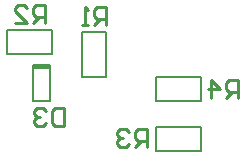
<source format=gbo>
G04*
G04 #@! TF.GenerationSoftware,Altium Limited,Altium Designer,18.1.7 (191)*
G04*
G04 Layer_Color=32896*
%FSLAX44Y44*%
%MOMM*%
G71*
G01*
G75*
%ADD10C,0.2540*%
%ADD12C,0.2000*%
%ADD36R,1.4000X0.3000*%
D10*
X311000Y220000D02*
Y235235D01*
X303382D01*
X300843Y232696D01*
Y227617D01*
X303382Y225078D01*
X311000D01*
X305922D02*
X300843Y220000D01*
X288147D02*
Y235235D01*
X295765Y227617D01*
X285608D01*
X234000Y178000D02*
Y193235D01*
X226383D01*
X223843Y190696D01*
Y185618D01*
X226383Y183078D01*
X234000D01*
X228922D02*
X223843Y178000D01*
X218765Y190696D02*
X216226Y193235D01*
X211147D01*
X208608Y190696D01*
Y188157D01*
X211147Y185618D01*
X213687D01*
X211147D01*
X208608Y183078D01*
Y180539D01*
X211147Y178000D01*
X216226D01*
X218765Y180539D01*
X148000Y283000D02*
Y298235D01*
X140382D01*
X137843Y295696D01*
Y290618D01*
X140382Y288078D01*
X148000D01*
X142922D02*
X137843Y283000D01*
X122608D02*
X132765D01*
X122608Y293157D01*
Y295696D01*
X125147Y298235D01*
X130226D01*
X132765Y295696D01*
X199000Y282000D02*
Y297235D01*
X191383D01*
X188843Y294696D01*
Y289618D01*
X191383Y287078D01*
X199000D01*
X193922D02*
X188843Y282000D01*
X183765D02*
X178687D01*
X181226D01*
Y297235D01*
X183765Y294696D01*
X164000Y211235D02*
Y196000D01*
X156383D01*
X153843Y198539D01*
Y208696D01*
X156383Y211235D01*
X164000D01*
X148765Y208696D02*
X146226Y211235D01*
X141147D01*
X138608Y208696D01*
Y206157D01*
X141147Y203617D01*
X143687D01*
X141147D01*
X138608Y201078D01*
Y198539D01*
X141147Y196000D01*
X146226D01*
X148765Y198539D01*
D12*
X137500Y217500D02*
X151500D01*
X137500D02*
Y247500D01*
X151500D01*
Y217500D02*
Y247500D01*
X179340Y237200D02*
Y275300D01*
Y237200D02*
X199660D01*
Y275300D01*
X179340D02*
X199660D01*
X115450Y277160D02*
X153550D01*
X115450Y256840D02*
Y277160D01*
Y256840D02*
X153550D01*
Y277160D01*
X241450Y174840D02*
X279550D01*
Y195160D01*
X241450D02*
X279550D01*
X241450Y174840D02*
Y195160D01*
X241700Y237160D02*
X279800D01*
X241700Y216840D02*
Y237160D01*
Y216840D02*
X279800D01*
Y237160D01*
D36*
X144500Y246000D02*
D03*
M02*

</source>
